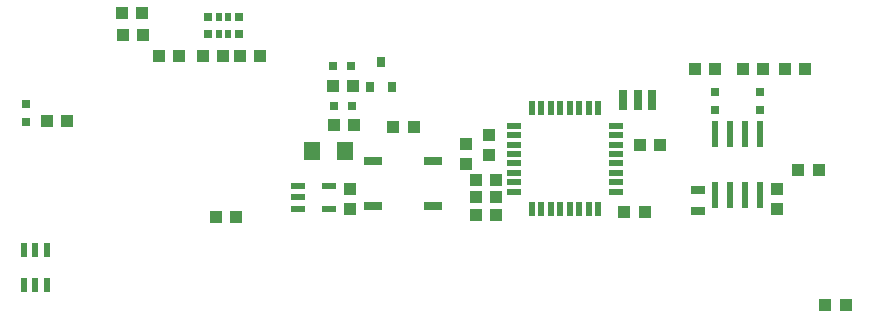
<source format=gtp>
G75*
%MOIN*%
%OFA0B0*%
%FSLAX24Y24*%
%IPPOS*%
%LPD*%
%AMOC8*
5,1,8,0,0,1.08239X$1,22.5*
%
%ADD10R,0.0500X0.0220*%
%ADD11R,0.0220X0.0500*%
%ADD12R,0.0433X0.0394*%
%ADD13R,0.0394X0.0433*%
%ADD14R,0.0472X0.0217*%
%ADD15R,0.0551X0.0630*%
%ADD16R,0.0315X0.0315*%
%ADD17R,0.0276X0.0669*%
%ADD18R,0.0600X0.0300*%
%ADD19R,0.0236X0.0866*%
%ADD20R,0.0472X0.0315*%
%ADD21R,0.0256X0.0315*%
%ADD22R,0.0197X0.0315*%
%ADD23R,0.0197X0.0512*%
%ADD24R,0.0315X0.0354*%
D10*
X017280Y004478D03*
X017280Y004793D03*
X017280Y005108D03*
X017280Y005423D03*
X017280Y005737D03*
X017280Y006052D03*
X017280Y006367D03*
X017280Y006682D03*
X020660Y006682D03*
X020660Y006367D03*
X020660Y006052D03*
X020660Y005737D03*
X020660Y005423D03*
X020660Y005108D03*
X020660Y004793D03*
X020660Y004478D03*
D11*
X020072Y003890D03*
X019757Y003890D03*
X019442Y003890D03*
X019127Y003890D03*
X018813Y003890D03*
X018498Y003890D03*
X018183Y003890D03*
X017868Y003890D03*
X017868Y007270D03*
X018183Y007270D03*
X018498Y007270D03*
X018813Y007270D03*
X019127Y007270D03*
X019442Y007270D03*
X019757Y007270D03*
X020072Y007270D03*
D12*
X021475Y006050D03*
X022145Y006050D03*
X026755Y005200D03*
X027425Y005200D03*
X026985Y008560D03*
X026315Y008560D03*
X015670Y006065D03*
X015670Y005395D03*
X013925Y006640D03*
X013255Y006640D03*
X008815Y009020D03*
X008145Y009020D03*
X007575Y009010D03*
X006905Y009010D03*
X006105Y009010D03*
X005435Y009010D03*
X004895Y009710D03*
X004225Y009710D03*
X004215Y010440D03*
X004885Y010440D03*
X002375Y006840D03*
X001705Y006840D03*
X007335Y003630D03*
X008005Y003630D03*
X027655Y000690D03*
X028325Y000690D03*
D13*
X021625Y003800D03*
X020955Y003800D03*
X016675Y003710D03*
X016005Y003710D03*
X016005Y004290D03*
X016675Y004290D03*
X016665Y004870D03*
X015995Y004870D03*
X016450Y005695D03*
X016450Y006365D03*
X011935Y006700D03*
X011265Y006700D03*
X011235Y007990D03*
X011905Y007990D03*
X011800Y004585D03*
X011800Y003915D03*
X023305Y008560D03*
X023975Y008560D03*
X024905Y008560D03*
X025575Y008560D03*
X026050Y004585D03*
X026050Y003915D03*
D14*
X011112Y003916D03*
X010088Y003916D03*
X010088Y004290D03*
X010088Y004664D03*
X011112Y004664D03*
D15*
X011641Y005850D03*
X010539Y005850D03*
D16*
X011275Y007350D03*
X011865Y007350D03*
X011835Y008670D03*
X011245Y008670D03*
X000990Y007395D03*
X000990Y006805D03*
X023970Y007215D03*
X023970Y007805D03*
X025470Y007805D03*
X025470Y007215D03*
D17*
X021862Y007550D03*
X021390Y007550D03*
X020918Y007550D03*
D18*
X014580Y005510D03*
X012580Y005510D03*
X012580Y004010D03*
X014580Y004010D03*
D19*
X023970Y004366D03*
X024470Y004366D03*
X024970Y004366D03*
X025470Y004366D03*
X025470Y006414D03*
X024970Y006414D03*
X024470Y006414D03*
X023970Y006414D03*
D20*
X023410Y004544D03*
X023410Y003836D03*
D21*
X008092Y009725D03*
X007068Y009725D03*
X007068Y010315D03*
X008092Y010315D03*
D22*
X007737Y010315D03*
X007423Y010315D03*
X007423Y009725D03*
X007737Y009725D03*
D23*
X000946Y001389D03*
X001320Y001389D03*
X001694Y001389D03*
X001694Y002531D03*
X001320Y002531D03*
X000946Y002531D03*
D24*
X012466Y007986D03*
X013214Y007986D03*
X012840Y008813D03*
M02*

</source>
